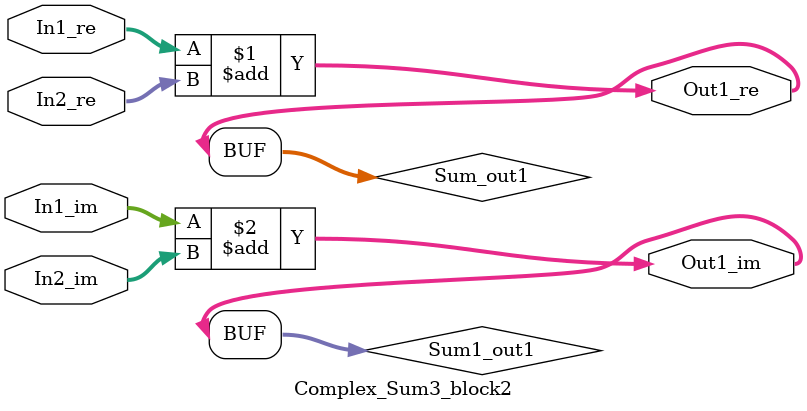
<source format=v>



`timescale 1 ns / 1 ns

module Complex_Sum3_block2
          (In1_re,
           In1_im,
           In2_re,
           In2_im,
           Out1_re,
           Out1_im);


  input   signed [36:0] In1_re;  // sfix37_En22
  input   signed [36:0] In1_im;  // sfix37_En22
  input   signed [36:0] In2_re;  // sfix37_En22
  input   signed [36:0] In2_im;  // sfix37_En22
  output  signed [36:0] Out1_re;  // sfix37_En22
  output  signed [36:0] Out1_im;  // sfix37_En22


  wire signed [36:0] Sum_out1;  // sfix37_En22
  wire signed [36:0] Sum1_out1;  // sfix37_En22


  assign Sum_out1 = In1_re + In2_re;



  assign Out1_re = Sum_out1;

  assign Sum1_out1 = In1_im + In2_im;



  assign Out1_im = Sum1_out1;

endmodule  // Complex_Sum3_block2


</source>
